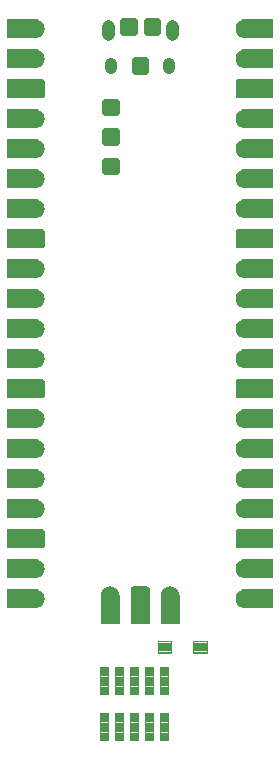
<source format=gtp>
G04 EAGLE Gerber RS-274X export*
G75*
%MOMM*%
%FSLAX34Y34*%
%LPD*%
%INTop Paste*%
%IPPOS*%
%AMOC8*
5,1,8,0,0,1.08239X$1,22.5*%
G01*
%ADD10C,0.098800*%
%ADD11C,0.600000*%
%ADD12C,1.100000*%
%ADD13C,1.050000*%
%ADD14C,0.100800*%

G36*
X239947Y677787D02*
X239947Y677787D01*
X239942Y677794D01*
X239949Y677800D01*
X239949Y693800D01*
X239913Y693847D01*
X239906Y693842D01*
X239900Y693849D01*
X209900Y693849D01*
X209896Y693846D01*
X209894Y693849D01*
X209376Y693781D01*
X209369Y693774D01*
X209364Y693777D01*
X208881Y693578D01*
X208876Y693569D01*
X208870Y693571D01*
X208456Y693253D01*
X208453Y693244D01*
X208447Y693244D01*
X208129Y692830D01*
X208129Y692821D01*
X208122Y692819D01*
X207923Y692336D01*
X207925Y692327D01*
X207919Y692324D01*
X207851Y691806D01*
X207854Y691802D01*
X207851Y691800D01*
X207851Y679800D01*
X207854Y679796D01*
X207851Y679794D01*
X207919Y679276D01*
X207926Y679269D01*
X207923Y679264D01*
X208122Y678781D01*
X208131Y678776D01*
X208129Y678770D01*
X208447Y678356D01*
X208456Y678353D01*
X208456Y678347D01*
X208870Y678029D01*
X208880Y678029D01*
X208881Y678022D01*
X209364Y677823D01*
X209373Y677825D01*
X209376Y677819D01*
X209894Y677751D01*
X209898Y677754D01*
X209900Y677751D01*
X239900Y677751D01*
X239947Y677787D01*
G37*
G36*
X239947Y296787D02*
X239947Y296787D01*
X239942Y296794D01*
X239949Y296800D01*
X239949Y312800D01*
X239913Y312847D01*
X239906Y312842D01*
X239900Y312849D01*
X209900Y312849D01*
X209896Y312846D01*
X209894Y312849D01*
X209376Y312781D01*
X209369Y312774D01*
X209364Y312777D01*
X208881Y312578D01*
X208876Y312569D01*
X208870Y312571D01*
X208456Y312253D01*
X208453Y312244D01*
X208447Y312244D01*
X208129Y311830D01*
X208129Y311821D01*
X208122Y311819D01*
X207923Y311336D01*
X207925Y311327D01*
X207919Y311324D01*
X207851Y310806D01*
X207854Y310802D01*
X207851Y310800D01*
X207851Y298800D01*
X207854Y298796D01*
X207851Y298794D01*
X207919Y298276D01*
X207926Y298269D01*
X207923Y298264D01*
X208122Y297781D01*
X208131Y297776D01*
X208129Y297770D01*
X208447Y297356D01*
X208456Y297353D01*
X208456Y297347D01*
X208870Y297029D01*
X208880Y297029D01*
X208881Y297022D01*
X209364Y296823D01*
X209373Y296825D01*
X209376Y296819D01*
X209894Y296751D01*
X209898Y296754D01*
X209900Y296751D01*
X239900Y296751D01*
X239947Y296787D01*
G37*
G36*
X239947Y550787D02*
X239947Y550787D01*
X239942Y550794D01*
X239949Y550800D01*
X239949Y566800D01*
X239913Y566847D01*
X239906Y566842D01*
X239900Y566849D01*
X209900Y566849D01*
X209896Y566846D01*
X209894Y566849D01*
X209376Y566781D01*
X209369Y566774D01*
X209364Y566777D01*
X208881Y566578D01*
X208876Y566569D01*
X208870Y566571D01*
X208456Y566253D01*
X208453Y566244D01*
X208447Y566244D01*
X208129Y565830D01*
X208129Y565821D01*
X208122Y565819D01*
X207923Y565336D01*
X207925Y565327D01*
X207919Y565324D01*
X207851Y564806D01*
X207854Y564802D01*
X207851Y564800D01*
X207851Y552800D01*
X207854Y552796D01*
X207851Y552794D01*
X207919Y552276D01*
X207926Y552269D01*
X207923Y552264D01*
X208122Y551781D01*
X208131Y551776D01*
X208129Y551770D01*
X208447Y551356D01*
X208456Y551353D01*
X208456Y551347D01*
X208870Y551029D01*
X208880Y551029D01*
X208881Y551022D01*
X209364Y550823D01*
X209373Y550825D01*
X209376Y550819D01*
X209894Y550751D01*
X209898Y550754D01*
X209900Y550751D01*
X239900Y550751D01*
X239947Y550787D01*
G37*
G36*
X239947Y423787D02*
X239947Y423787D01*
X239942Y423794D01*
X239949Y423800D01*
X239949Y439800D01*
X239913Y439847D01*
X239906Y439842D01*
X239900Y439849D01*
X209900Y439849D01*
X209896Y439846D01*
X209894Y439849D01*
X209376Y439781D01*
X209369Y439774D01*
X209364Y439777D01*
X208881Y439578D01*
X208876Y439569D01*
X208870Y439571D01*
X208456Y439253D01*
X208453Y439244D01*
X208447Y439244D01*
X208129Y438830D01*
X208129Y438821D01*
X208122Y438819D01*
X207923Y438336D01*
X207925Y438327D01*
X207919Y438324D01*
X207851Y437806D01*
X207854Y437802D01*
X207851Y437800D01*
X207851Y425800D01*
X207854Y425796D01*
X207851Y425794D01*
X207919Y425276D01*
X207926Y425269D01*
X207923Y425264D01*
X208122Y424781D01*
X208131Y424776D01*
X208129Y424770D01*
X208447Y424356D01*
X208456Y424353D01*
X208456Y424347D01*
X208870Y424029D01*
X208880Y424029D01*
X208881Y424022D01*
X209364Y423823D01*
X209373Y423825D01*
X209376Y423819D01*
X209894Y423751D01*
X209898Y423754D01*
X209900Y423751D01*
X239900Y423751D01*
X239947Y423787D01*
G37*
G36*
X135047Y232287D02*
X135047Y232287D01*
X135042Y232294D01*
X135049Y232300D01*
X135049Y262300D01*
X135046Y262304D01*
X135049Y262306D01*
X134981Y262824D01*
X134974Y262831D01*
X134977Y262836D01*
X134778Y263319D01*
X134769Y263324D01*
X134771Y263330D01*
X134453Y263744D01*
X134444Y263747D01*
X134444Y263753D01*
X134030Y264071D01*
X134021Y264071D01*
X134019Y264078D01*
X133536Y264277D01*
X133527Y264275D01*
X133524Y264281D01*
X133006Y264349D01*
X133002Y264346D01*
X133000Y264349D01*
X121000Y264349D01*
X120996Y264346D01*
X120994Y264349D01*
X120476Y264281D01*
X120469Y264274D01*
X120464Y264277D01*
X119981Y264078D01*
X119976Y264069D01*
X119970Y264071D01*
X119556Y263753D01*
X119553Y263744D01*
X119547Y263744D01*
X119229Y263330D01*
X119229Y263321D01*
X119222Y263319D01*
X119023Y262836D01*
X119025Y262827D01*
X119019Y262824D01*
X118951Y262306D01*
X118954Y262302D01*
X118951Y262300D01*
X118951Y232300D01*
X118987Y232253D01*
X118994Y232258D01*
X119000Y232251D01*
X135000Y232251D01*
X135047Y232287D01*
G37*
G36*
X44104Y423754D02*
X44104Y423754D01*
X44106Y423751D01*
X44624Y423819D01*
X44631Y423826D01*
X44636Y423823D01*
X45119Y424022D01*
X45124Y424031D01*
X45130Y424029D01*
X45544Y424347D01*
X45547Y424356D01*
X45553Y424356D01*
X45871Y424770D01*
X45871Y424780D01*
X45878Y424781D01*
X46077Y425264D01*
X46075Y425273D01*
X46081Y425276D01*
X46149Y425794D01*
X46146Y425798D01*
X46149Y425800D01*
X46149Y437800D01*
X46146Y437804D01*
X46149Y437806D01*
X46081Y438324D01*
X46074Y438331D01*
X46077Y438336D01*
X45878Y438819D01*
X45869Y438824D01*
X45871Y438830D01*
X45553Y439244D01*
X45544Y439247D01*
X45544Y439253D01*
X45130Y439571D01*
X45121Y439571D01*
X45119Y439578D01*
X44636Y439777D01*
X44627Y439775D01*
X44624Y439781D01*
X44106Y439849D01*
X44102Y439846D01*
X44100Y439849D01*
X14100Y439849D01*
X14053Y439813D01*
X14058Y439806D01*
X14051Y439800D01*
X14051Y423800D01*
X14087Y423753D01*
X14094Y423758D01*
X14100Y423751D01*
X44100Y423751D01*
X44104Y423754D01*
G37*
G36*
X44104Y296754D02*
X44104Y296754D01*
X44106Y296751D01*
X44624Y296819D01*
X44631Y296826D01*
X44636Y296823D01*
X45119Y297022D01*
X45124Y297031D01*
X45130Y297029D01*
X45544Y297347D01*
X45547Y297356D01*
X45553Y297356D01*
X45871Y297770D01*
X45871Y297780D01*
X45878Y297781D01*
X46077Y298264D01*
X46075Y298273D01*
X46081Y298276D01*
X46149Y298794D01*
X46146Y298798D01*
X46149Y298800D01*
X46149Y310800D01*
X46146Y310804D01*
X46149Y310806D01*
X46081Y311324D01*
X46074Y311331D01*
X46077Y311336D01*
X45878Y311819D01*
X45869Y311824D01*
X45871Y311830D01*
X45553Y312244D01*
X45544Y312247D01*
X45544Y312253D01*
X45130Y312571D01*
X45121Y312571D01*
X45119Y312578D01*
X44636Y312777D01*
X44627Y312775D01*
X44624Y312781D01*
X44106Y312849D01*
X44102Y312846D01*
X44100Y312849D01*
X14100Y312849D01*
X14053Y312813D01*
X14058Y312806D01*
X14051Y312800D01*
X14051Y296800D01*
X14087Y296753D01*
X14094Y296758D01*
X14100Y296751D01*
X44100Y296751D01*
X44104Y296754D01*
G37*
G36*
X44104Y677754D02*
X44104Y677754D01*
X44106Y677751D01*
X44624Y677819D01*
X44631Y677826D01*
X44636Y677823D01*
X45119Y678022D01*
X45124Y678031D01*
X45130Y678029D01*
X45544Y678347D01*
X45547Y678356D01*
X45553Y678356D01*
X45871Y678770D01*
X45871Y678780D01*
X45878Y678781D01*
X46077Y679264D01*
X46075Y679273D01*
X46081Y679276D01*
X46149Y679794D01*
X46146Y679798D01*
X46149Y679800D01*
X46149Y691800D01*
X46146Y691804D01*
X46149Y691806D01*
X46081Y692324D01*
X46074Y692331D01*
X46077Y692336D01*
X45878Y692819D01*
X45869Y692824D01*
X45871Y692830D01*
X45553Y693244D01*
X45544Y693247D01*
X45544Y693253D01*
X45130Y693571D01*
X45121Y693571D01*
X45119Y693578D01*
X44636Y693777D01*
X44627Y693775D01*
X44624Y693781D01*
X44106Y693849D01*
X44102Y693846D01*
X44100Y693849D01*
X14100Y693849D01*
X14053Y693813D01*
X14058Y693806D01*
X14051Y693800D01*
X14051Y677800D01*
X14087Y677753D01*
X14094Y677758D01*
X14100Y677751D01*
X44100Y677751D01*
X44104Y677754D01*
G37*
G36*
X44104Y550754D02*
X44104Y550754D01*
X44106Y550751D01*
X44624Y550819D01*
X44631Y550826D01*
X44636Y550823D01*
X45119Y551022D01*
X45124Y551031D01*
X45130Y551029D01*
X45544Y551347D01*
X45547Y551356D01*
X45553Y551356D01*
X45871Y551770D01*
X45871Y551780D01*
X45878Y551781D01*
X46077Y552264D01*
X46075Y552273D01*
X46081Y552276D01*
X46149Y552794D01*
X46146Y552798D01*
X46149Y552800D01*
X46149Y564800D01*
X46146Y564804D01*
X46149Y564806D01*
X46081Y565324D01*
X46074Y565331D01*
X46077Y565336D01*
X45878Y565819D01*
X45869Y565824D01*
X45871Y565830D01*
X45553Y566244D01*
X45544Y566247D01*
X45544Y566253D01*
X45130Y566571D01*
X45121Y566571D01*
X45119Y566578D01*
X44636Y566777D01*
X44627Y566775D01*
X44624Y566781D01*
X44106Y566849D01*
X44102Y566846D01*
X44100Y566849D01*
X14100Y566849D01*
X14053Y566813D01*
X14058Y566806D01*
X14051Y566800D01*
X14051Y550800D01*
X14087Y550753D01*
X14094Y550758D01*
X14100Y550751D01*
X44100Y550751D01*
X44104Y550754D01*
G37*
G36*
X160447Y232287D02*
X160447Y232287D01*
X160442Y232294D01*
X160449Y232300D01*
X160449Y256300D01*
X160447Y256303D01*
X160449Y256305D01*
X160295Y257866D01*
X160290Y257871D01*
X160293Y257875D01*
X159838Y259376D01*
X159832Y259380D01*
X159834Y259385D01*
X159095Y260768D01*
X159089Y260771D01*
X159090Y260776D01*
X158095Y261988D01*
X158088Y261990D01*
X158088Y261995D01*
X156876Y262990D01*
X156869Y262990D01*
X156868Y262995D01*
X155485Y263734D01*
X155478Y263733D01*
X155476Y263738D01*
X153975Y264193D01*
X153968Y264191D01*
X153966Y264195D01*
X152405Y264349D01*
X152399Y264345D01*
X152395Y264349D01*
X150834Y264195D01*
X150829Y264190D01*
X150825Y264193D01*
X149324Y263738D01*
X149320Y263732D01*
X149315Y263734D01*
X147932Y262995D01*
X147929Y262989D01*
X147924Y262990D01*
X146712Y261995D01*
X146710Y261988D01*
X146705Y261988D01*
X145710Y260776D01*
X145710Y260769D01*
X145705Y260768D01*
X144966Y259385D01*
X144967Y259378D01*
X144962Y259376D01*
X144835Y258958D01*
X144820Y258908D01*
X144641Y258317D01*
X144626Y258268D01*
X144507Y257875D01*
X144507Y257874D01*
X144506Y257874D01*
X144508Y257872D01*
X144509Y257868D01*
X144505Y257866D01*
X144351Y256305D01*
X144353Y256302D01*
X144351Y256300D01*
X144351Y232300D01*
X144387Y232253D01*
X144394Y232258D01*
X144400Y232251D01*
X160400Y232251D01*
X160447Y232287D01*
G37*
G36*
X109647Y232287D02*
X109647Y232287D01*
X109642Y232294D01*
X109649Y232300D01*
X109649Y256300D01*
X109647Y256303D01*
X109649Y256305D01*
X109495Y257866D01*
X109490Y257871D01*
X109493Y257875D01*
X109038Y259376D01*
X109032Y259380D01*
X109034Y259385D01*
X108295Y260768D01*
X108289Y260771D01*
X108290Y260776D01*
X107295Y261988D01*
X107288Y261990D01*
X107288Y261995D01*
X106076Y262990D01*
X106069Y262990D01*
X106068Y262995D01*
X104685Y263734D01*
X104678Y263733D01*
X104676Y263738D01*
X103175Y264193D01*
X103168Y264191D01*
X103166Y264195D01*
X101605Y264349D01*
X101599Y264345D01*
X101595Y264349D01*
X100034Y264195D01*
X100029Y264190D01*
X100025Y264193D01*
X98524Y263738D01*
X98520Y263732D01*
X98515Y263734D01*
X97132Y262995D01*
X97129Y262989D01*
X97124Y262990D01*
X95912Y261995D01*
X95910Y261988D01*
X95905Y261988D01*
X94910Y260776D01*
X94910Y260769D01*
X94905Y260768D01*
X94166Y259385D01*
X94167Y259378D01*
X94162Y259376D01*
X94035Y258958D01*
X94020Y258908D01*
X93841Y258317D01*
X93826Y258268D01*
X93707Y257875D01*
X93707Y257874D01*
X93706Y257874D01*
X93708Y257872D01*
X93709Y257868D01*
X93705Y257866D01*
X93551Y256305D01*
X93553Y256302D01*
X93551Y256300D01*
X93551Y232300D01*
X93587Y232253D01*
X93594Y232258D01*
X93600Y232251D01*
X109600Y232251D01*
X109647Y232287D01*
G37*
G36*
X239947Y271387D02*
X239947Y271387D01*
X239942Y271394D01*
X239949Y271400D01*
X239949Y287400D01*
X239913Y287447D01*
X239906Y287442D01*
X239900Y287449D01*
X215900Y287449D01*
X215897Y287447D01*
X215895Y287449D01*
X214334Y287295D01*
X214329Y287290D01*
X214325Y287293D01*
X212824Y286838D01*
X212820Y286832D01*
X212815Y286834D01*
X211432Y286095D01*
X211429Y286089D01*
X211424Y286090D01*
X210212Y285095D01*
X210210Y285088D01*
X210205Y285088D01*
X209210Y283876D01*
X209210Y283869D01*
X209205Y283868D01*
X208466Y282485D01*
X208467Y282478D01*
X208462Y282476D01*
X208007Y280975D01*
X208008Y280970D01*
X208006Y280968D01*
X208007Y280967D01*
X208005Y280966D01*
X207851Y279405D01*
X207855Y279399D01*
X207851Y279395D01*
X208005Y277834D01*
X208010Y277829D01*
X208007Y277825D01*
X208462Y276324D01*
X208468Y276320D01*
X208466Y276315D01*
X209205Y274932D01*
X209211Y274929D01*
X209210Y274924D01*
X210205Y273712D01*
X210212Y273710D01*
X210212Y273705D01*
X211424Y272710D01*
X211431Y272710D01*
X211432Y272705D01*
X212815Y271966D01*
X212822Y271967D01*
X212824Y271962D01*
X214325Y271507D01*
X214332Y271509D01*
X214334Y271505D01*
X215895Y271351D01*
X215898Y271353D01*
X215900Y271351D01*
X239900Y271351D01*
X239947Y271387D01*
G37*
G36*
X239947Y703187D02*
X239947Y703187D01*
X239942Y703194D01*
X239949Y703200D01*
X239949Y719200D01*
X239913Y719247D01*
X239906Y719242D01*
X239900Y719249D01*
X215900Y719249D01*
X215897Y719247D01*
X215895Y719249D01*
X214334Y719095D01*
X214329Y719090D01*
X214325Y719093D01*
X212824Y718638D01*
X212820Y718632D01*
X212815Y718634D01*
X211432Y717895D01*
X211429Y717889D01*
X211424Y717890D01*
X210212Y716895D01*
X210210Y716888D01*
X210205Y716888D01*
X209210Y715676D01*
X209210Y715669D01*
X209205Y715668D01*
X208466Y714285D01*
X208467Y714278D01*
X208462Y714276D01*
X208007Y712775D01*
X208008Y712770D01*
X208006Y712768D01*
X208007Y712767D01*
X208005Y712766D01*
X207851Y711205D01*
X207855Y711199D01*
X207851Y711195D01*
X208005Y709634D01*
X208010Y709629D01*
X208007Y709625D01*
X208462Y708124D01*
X208468Y708120D01*
X208466Y708115D01*
X209205Y706732D01*
X209211Y706729D01*
X209210Y706724D01*
X210205Y705512D01*
X210212Y705510D01*
X210212Y705505D01*
X211424Y704510D01*
X211431Y704510D01*
X211432Y704505D01*
X212815Y703766D01*
X212822Y703767D01*
X212824Y703762D01*
X214325Y703307D01*
X214332Y703309D01*
X214334Y703305D01*
X215895Y703151D01*
X215898Y703153D01*
X215900Y703151D01*
X239900Y703151D01*
X239947Y703187D01*
G37*
G36*
X239947Y245987D02*
X239947Y245987D01*
X239942Y245994D01*
X239949Y246000D01*
X239949Y262000D01*
X239913Y262047D01*
X239906Y262042D01*
X239900Y262049D01*
X215900Y262049D01*
X215897Y262047D01*
X215895Y262049D01*
X214334Y261895D01*
X214329Y261890D01*
X214325Y261893D01*
X212824Y261438D01*
X212820Y261432D01*
X212815Y261434D01*
X211432Y260695D01*
X211429Y260689D01*
X211424Y260690D01*
X210212Y259695D01*
X210210Y259688D01*
X210205Y259688D01*
X209210Y258476D01*
X209210Y258469D01*
X209205Y258468D01*
X208466Y257085D01*
X208467Y257078D01*
X208462Y257076D01*
X208007Y255575D01*
X208008Y255570D01*
X208006Y255568D01*
X208007Y255567D01*
X208005Y255566D01*
X207851Y254005D01*
X207855Y253999D01*
X207851Y253995D01*
X208005Y252434D01*
X208010Y252429D01*
X208007Y252425D01*
X208462Y250924D01*
X208468Y250920D01*
X208466Y250915D01*
X209205Y249532D01*
X209211Y249529D01*
X209210Y249524D01*
X210205Y248312D01*
X210212Y248310D01*
X210212Y248305D01*
X211424Y247310D01*
X211431Y247310D01*
X211432Y247305D01*
X212815Y246566D01*
X212822Y246567D01*
X212824Y246562D01*
X214325Y246107D01*
X214332Y246109D01*
X214334Y246105D01*
X215895Y245951D01*
X215898Y245953D01*
X215900Y245951D01*
X239900Y245951D01*
X239947Y245987D01*
G37*
G36*
X239947Y728587D02*
X239947Y728587D01*
X239942Y728594D01*
X239949Y728600D01*
X239949Y744600D01*
X239913Y744647D01*
X239906Y744642D01*
X239900Y744649D01*
X215900Y744649D01*
X215897Y744647D01*
X215895Y744649D01*
X214334Y744495D01*
X214329Y744490D01*
X214325Y744493D01*
X212824Y744038D01*
X212820Y744032D01*
X212815Y744034D01*
X211432Y743295D01*
X211429Y743289D01*
X211424Y743290D01*
X210212Y742295D01*
X210210Y742288D01*
X210205Y742288D01*
X209210Y741076D01*
X209210Y741069D01*
X209205Y741068D01*
X208466Y739685D01*
X208467Y739678D01*
X208462Y739676D01*
X208007Y738175D01*
X208008Y738170D01*
X208006Y738168D01*
X208007Y738167D01*
X208005Y738166D01*
X207851Y736605D01*
X207855Y736599D01*
X207851Y736595D01*
X208005Y735034D01*
X208010Y735029D01*
X208007Y735025D01*
X208462Y733524D01*
X208468Y733520D01*
X208466Y733515D01*
X209205Y732132D01*
X209211Y732129D01*
X209210Y732124D01*
X210205Y730912D01*
X210212Y730910D01*
X210212Y730905D01*
X211424Y729910D01*
X211431Y729910D01*
X211432Y729905D01*
X212815Y729166D01*
X212822Y729167D01*
X212824Y729162D01*
X214325Y728707D01*
X214332Y728709D01*
X214334Y728705D01*
X215895Y728551D01*
X215898Y728553D01*
X215900Y728551D01*
X239900Y728551D01*
X239947Y728587D01*
G37*
G36*
X239947Y652387D02*
X239947Y652387D01*
X239942Y652394D01*
X239949Y652400D01*
X239949Y668400D01*
X239913Y668447D01*
X239906Y668442D01*
X239900Y668449D01*
X215900Y668449D01*
X215897Y668447D01*
X215895Y668449D01*
X214334Y668295D01*
X214329Y668290D01*
X214325Y668293D01*
X212824Y667838D01*
X212820Y667832D01*
X212815Y667834D01*
X211432Y667095D01*
X211429Y667089D01*
X211424Y667090D01*
X210212Y666095D01*
X210210Y666088D01*
X210205Y666088D01*
X209210Y664876D01*
X209210Y664869D01*
X209205Y664868D01*
X208466Y663485D01*
X208467Y663478D01*
X208462Y663476D01*
X208007Y661975D01*
X208008Y661970D01*
X208006Y661968D01*
X208007Y661967D01*
X208005Y661966D01*
X207851Y660405D01*
X207855Y660399D01*
X207851Y660395D01*
X208005Y658834D01*
X208010Y658829D01*
X208007Y658825D01*
X208462Y657324D01*
X208468Y657320D01*
X208466Y657315D01*
X209205Y655932D01*
X209211Y655929D01*
X209210Y655924D01*
X210205Y654712D01*
X210212Y654710D01*
X210212Y654705D01*
X211424Y653710D01*
X211431Y653710D01*
X211432Y653705D01*
X212815Y652966D01*
X212822Y652967D01*
X212824Y652962D01*
X214325Y652507D01*
X214332Y652509D01*
X214334Y652505D01*
X215895Y652351D01*
X215898Y652353D01*
X215900Y652351D01*
X239900Y652351D01*
X239947Y652387D01*
G37*
G36*
X239947Y626987D02*
X239947Y626987D01*
X239942Y626994D01*
X239949Y627000D01*
X239949Y643000D01*
X239913Y643047D01*
X239906Y643042D01*
X239900Y643049D01*
X215900Y643049D01*
X215897Y643047D01*
X215895Y643049D01*
X214334Y642895D01*
X214329Y642890D01*
X214325Y642893D01*
X212824Y642438D01*
X212820Y642432D01*
X212815Y642434D01*
X211432Y641695D01*
X211429Y641689D01*
X211424Y641690D01*
X210212Y640695D01*
X210210Y640688D01*
X210205Y640688D01*
X209210Y639476D01*
X209210Y639469D01*
X209205Y639468D01*
X208466Y638085D01*
X208467Y638078D01*
X208462Y638076D01*
X208007Y636575D01*
X208008Y636570D01*
X208006Y636568D01*
X208007Y636567D01*
X208005Y636566D01*
X207851Y635005D01*
X207855Y634999D01*
X207851Y634995D01*
X208005Y633434D01*
X208010Y633429D01*
X208007Y633425D01*
X208462Y631924D01*
X208468Y631920D01*
X208466Y631915D01*
X209205Y630532D01*
X209211Y630529D01*
X209210Y630524D01*
X210205Y629312D01*
X210212Y629310D01*
X210212Y629305D01*
X211424Y628310D01*
X211431Y628310D01*
X211432Y628305D01*
X212815Y627566D01*
X212822Y627567D01*
X212824Y627562D01*
X214325Y627107D01*
X214332Y627109D01*
X214334Y627105D01*
X215895Y626951D01*
X215898Y626953D01*
X215900Y626951D01*
X239900Y626951D01*
X239947Y626987D01*
G37*
G36*
X239947Y601587D02*
X239947Y601587D01*
X239942Y601594D01*
X239949Y601600D01*
X239949Y617600D01*
X239913Y617647D01*
X239906Y617642D01*
X239900Y617649D01*
X215900Y617649D01*
X215897Y617647D01*
X215895Y617649D01*
X214334Y617495D01*
X214329Y617490D01*
X214325Y617493D01*
X212824Y617038D01*
X212820Y617032D01*
X212815Y617034D01*
X211432Y616295D01*
X211429Y616289D01*
X211424Y616290D01*
X210212Y615295D01*
X210210Y615288D01*
X210205Y615288D01*
X209210Y614076D01*
X209210Y614069D01*
X209205Y614068D01*
X208466Y612685D01*
X208467Y612678D01*
X208462Y612676D01*
X208007Y611175D01*
X208008Y611170D01*
X208006Y611168D01*
X208007Y611167D01*
X208005Y611166D01*
X207851Y609605D01*
X207855Y609599D01*
X207851Y609595D01*
X208005Y608034D01*
X208010Y608029D01*
X208007Y608025D01*
X208462Y606524D01*
X208468Y606520D01*
X208466Y606515D01*
X209205Y605132D01*
X209211Y605129D01*
X209210Y605124D01*
X210205Y603912D01*
X210212Y603910D01*
X210212Y603905D01*
X211424Y602910D01*
X211431Y602910D01*
X211432Y602905D01*
X212815Y602166D01*
X212822Y602167D01*
X212824Y602162D01*
X214325Y601707D01*
X214332Y601709D01*
X214334Y601705D01*
X215895Y601551D01*
X215898Y601553D01*
X215900Y601551D01*
X239900Y601551D01*
X239947Y601587D01*
G37*
G36*
X239947Y576187D02*
X239947Y576187D01*
X239942Y576194D01*
X239949Y576200D01*
X239949Y592200D01*
X239913Y592247D01*
X239906Y592242D01*
X239900Y592249D01*
X215900Y592249D01*
X215897Y592247D01*
X215895Y592249D01*
X214334Y592095D01*
X214329Y592090D01*
X214325Y592093D01*
X212824Y591638D01*
X212820Y591632D01*
X212815Y591634D01*
X211432Y590895D01*
X211429Y590889D01*
X211424Y590890D01*
X210212Y589895D01*
X210210Y589888D01*
X210205Y589888D01*
X209210Y588676D01*
X209210Y588669D01*
X209205Y588668D01*
X208466Y587285D01*
X208467Y587278D01*
X208462Y587276D01*
X208007Y585775D01*
X208008Y585770D01*
X208006Y585768D01*
X208007Y585767D01*
X208005Y585766D01*
X207851Y584205D01*
X207855Y584199D01*
X207851Y584195D01*
X208005Y582634D01*
X208010Y582629D01*
X208007Y582625D01*
X208462Y581124D01*
X208468Y581120D01*
X208466Y581115D01*
X209205Y579732D01*
X209211Y579729D01*
X209210Y579724D01*
X210205Y578512D01*
X210212Y578510D01*
X210212Y578505D01*
X211424Y577510D01*
X211431Y577510D01*
X211432Y577505D01*
X212815Y576766D01*
X212822Y576767D01*
X212824Y576762D01*
X214325Y576307D01*
X214332Y576309D01*
X214334Y576305D01*
X215895Y576151D01*
X215898Y576153D01*
X215900Y576151D01*
X239900Y576151D01*
X239947Y576187D01*
G37*
G36*
X239947Y525387D02*
X239947Y525387D01*
X239942Y525394D01*
X239949Y525400D01*
X239949Y541400D01*
X239913Y541447D01*
X239906Y541442D01*
X239900Y541449D01*
X215900Y541449D01*
X215897Y541447D01*
X215895Y541449D01*
X214334Y541295D01*
X214329Y541290D01*
X214325Y541293D01*
X212824Y540838D01*
X212820Y540832D01*
X212815Y540834D01*
X211432Y540095D01*
X211429Y540089D01*
X211424Y540090D01*
X210212Y539095D01*
X210210Y539088D01*
X210205Y539088D01*
X209210Y537876D01*
X209210Y537869D01*
X209205Y537868D01*
X208466Y536485D01*
X208467Y536478D01*
X208462Y536476D01*
X208007Y534975D01*
X208008Y534970D01*
X208006Y534968D01*
X208007Y534967D01*
X208005Y534966D01*
X207851Y533405D01*
X207855Y533399D01*
X207851Y533395D01*
X208005Y531834D01*
X208010Y531829D01*
X208007Y531825D01*
X208462Y530324D01*
X208468Y530320D01*
X208466Y530315D01*
X209205Y528932D01*
X209211Y528929D01*
X209210Y528924D01*
X210205Y527712D01*
X210212Y527710D01*
X210212Y527705D01*
X211424Y526710D01*
X211431Y526710D01*
X211432Y526705D01*
X212815Y525966D01*
X212822Y525967D01*
X212824Y525962D01*
X214325Y525507D01*
X214332Y525509D01*
X214334Y525505D01*
X215895Y525351D01*
X215898Y525353D01*
X215900Y525351D01*
X239900Y525351D01*
X239947Y525387D01*
G37*
G36*
X239947Y499987D02*
X239947Y499987D01*
X239942Y499994D01*
X239949Y500000D01*
X239949Y516000D01*
X239913Y516047D01*
X239906Y516042D01*
X239900Y516049D01*
X215900Y516049D01*
X215897Y516047D01*
X215895Y516049D01*
X214334Y515895D01*
X214329Y515890D01*
X214325Y515893D01*
X212824Y515438D01*
X212820Y515432D01*
X212815Y515434D01*
X211432Y514695D01*
X211429Y514689D01*
X211424Y514690D01*
X210212Y513695D01*
X210210Y513688D01*
X210205Y513688D01*
X209210Y512476D01*
X209210Y512469D01*
X209205Y512468D01*
X208466Y511085D01*
X208467Y511078D01*
X208462Y511076D01*
X208007Y509575D01*
X208008Y509570D01*
X208006Y509568D01*
X208007Y509567D01*
X208005Y509566D01*
X207851Y508005D01*
X207855Y507999D01*
X207851Y507995D01*
X208005Y506434D01*
X208010Y506429D01*
X208007Y506425D01*
X208462Y504924D01*
X208468Y504920D01*
X208466Y504915D01*
X209205Y503532D01*
X209211Y503529D01*
X209210Y503524D01*
X210205Y502312D01*
X210212Y502310D01*
X210212Y502305D01*
X211424Y501310D01*
X211431Y501310D01*
X211432Y501305D01*
X212815Y500566D01*
X212822Y500567D01*
X212824Y500562D01*
X214325Y500107D01*
X214332Y500109D01*
X214334Y500105D01*
X215895Y499951D01*
X215898Y499953D01*
X215900Y499951D01*
X239900Y499951D01*
X239947Y499987D01*
G37*
G36*
X239947Y474587D02*
X239947Y474587D01*
X239942Y474594D01*
X239949Y474600D01*
X239949Y490600D01*
X239913Y490647D01*
X239906Y490642D01*
X239900Y490649D01*
X215900Y490649D01*
X215897Y490647D01*
X215895Y490649D01*
X214334Y490495D01*
X214329Y490490D01*
X214325Y490493D01*
X212824Y490038D01*
X212820Y490032D01*
X212815Y490034D01*
X211432Y489295D01*
X211429Y489289D01*
X211424Y489290D01*
X210212Y488295D01*
X210210Y488288D01*
X210205Y488288D01*
X209210Y487076D01*
X209210Y487069D01*
X209205Y487068D01*
X208466Y485685D01*
X208467Y485678D01*
X208462Y485676D01*
X208007Y484175D01*
X208008Y484170D01*
X208006Y484168D01*
X208007Y484167D01*
X208005Y484166D01*
X207851Y482605D01*
X207855Y482599D01*
X207851Y482595D01*
X208005Y481034D01*
X208010Y481029D01*
X208007Y481025D01*
X208462Y479524D01*
X208468Y479520D01*
X208466Y479515D01*
X209205Y478132D01*
X209211Y478129D01*
X209210Y478124D01*
X210205Y476912D01*
X210212Y476910D01*
X210212Y476905D01*
X211424Y475910D01*
X211431Y475910D01*
X211432Y475905D01*
X212815Y475166D01*
X212822Y475167D01*
X212824Y475162D01*
X214325Y474707D01*
X214332Y474709D01*
X214334Y474705D01*
X215895Y474551D01*
X215898Y474553D01*
X215900Y474551D01*
X239900Y474551D01*
X239947Y474587D01*
G37*
G36*
X239947Y398387D02*
X239947Y398387D01*
X239942Y398394D01*
X239949Y398400D01*
X239949Y414400D01*
X239913Y414447D01*
X239906Y414442D01*
X239900Y414449D01*
X215900Y414449D01*
X215897Y414447D01*
X215895Y414449D01*
X214334Y414295D01*
X214329Y414290D01*
X214325Y414293D01*
X212824Y413838D01*
X212820Y413832D01*
X212815Y413834D01*
X211432Y413095D01*
X211429Y413089D01*
X211424Y413090D01*
X210212Y412095D01*
X210210Y412088D01*
X210205Y412088D01*
X209210Y410876D01*
X209210Y410869D01*
X209205Y410868D01*
X208466Y409485D01*
X208467Y409478D01*
X208462Y409476D01*
X208007Y407975D01*
X208008Y407970D01*
X208006Y407968D01*
X208007Y407967D01*
X208005Y407966D01*
X207851Y406405D01*
X207855Y406399D01*
X207851Y406395D01*
X208005Y404834D01*
X208010Y404829D01*
X208007Y404825D01*
X208462Y403324D01*
X208468Y403320D01*
X208466Y403315D01*
X209205Y401932D01*
X209211Y401929D01*
X209210Y401924D01*
X210205Y400712D01*
X210212Y400710D01*
X210212Y400705D01*
X211424Y399710D01*
X211431Y399710D01*
X211432Y399705D01*
X212815Y398966D01*
X212822Y398967D01*
X212824Y398962D01*
X214325Y398507D01*
X214332Y398509D01*
X214334Y398505D01*
X215895Y398351D01*
X215898Y398353D01*
X215900Y398351D01*
X239900Y398351D01*
X239947Y398387D01*
G37*
G36*
X239947Y372987D02*
X239947Y372987D01*
X239942Y372994D01*
X239949Y373000D01*
X239949Y389000D01*
X239913Y389047D01*
X239906Y389042D01*
X239900Y389049D01*
X215900Y389049D01*
X215897Y389047D01*
X215895Y389049D01*
X214334Y388895D01*
X214329Y388890D01*
X214325Y388893D01*
X212824Y388438D01*
X212820Y388432D01*
X212815Y388434D01*
X211432Y387695D01*
X211429Y387689D01*
X211424Y387690D01*
X210212Y386695D01*
X210210Y386688D01*
X210205Y386688D01*
X209210Y385476D01*
X209210Y385469D01*
X209205Y385468D01*
X208466Y384085D01*
X208467Y384078D01*
X208462Y384076D01*
X208007Y382575D01*
X208008Y382570D01*
X208006Y382568D01*
X208007Y382567D01*
X208005Y382566D01*
X207851Y381005D01*
X207855Y380999D01*
X207851Y380995D01*
X208005Y379434D01*
X208010Y379429D01*
X208007Y379425D01*
X208462Y377924D01*
X208468Y377920D01*
X208466Y377915D01*
X209205Y376532D01*
X209211Y376529D01*
X209210Y376524D01*
X210205Y375312D01*
X210212Y375310D01*
X210212Y375305D01*
X211424Y374310D01*
X211431Y374310D01*
X211432Y374305D01*
X212815Y373566D01*
X212822Y373567D01*
X212824Y373562D01*
X214325Y373107D01*
X214332Y373109D01*
X214334Y373105D01*
X215895Y372951D01*
X215898Y372953D01*
X215900Y372951D01*
X239900Y372951D01*
X239947Y372987D01*
G37*
G36*
X239947Y347587D02*
X239947Y347587D01*
X239942Y347594D01*
X239949Y347600D01*
X239949Y363600D01*
X239913Y363647D01*
X239906Y363642D01*
X239900Y363649D01*
X215900Y363649D01*
X215897Y363647D01*
X215895Y363649D01*
X214334Y363495D01*
X214329Y363490D01*
X214325Y363493D01*
X212824Y363038D01*
X212820Y363032D01*
X212815Y363034D01*
X211432Y362295D01*
X211429Y362289D01*
X211424Y362290D01*
X210212Y361295D01*
X210210Y361288D01*
X210205Y361288D01*
X209210Y360076D01*
X209210Y360069D01*
X209205Y360068D01*
X208466Y358685D01*
X208467Y358678D01*
X208462Y358676D01*
X208007Y357175D01*
X208008Y357170D01*
X208006Y357168D01*
X208007Y357167D01*
X208005Y357166D01*
X207851Y355605D01*
X207855Y355599D01*
X207851Y355595D01*
X208005Y354034D01*
X208010Y354029D01*
X208007Y354025D01*
X208462Y352524D01*
X208468Y352520D01*
X208466Y352515D01*
X209205Y351132D01*
X209211Y351129D01*
X209210Y351124D01*
X210205Y349912D01*
X210212Y349910D01*
X210212Y349905D01*
X211424Y348910D01*
X211431Y348910D01*
X211432Y348905D01*
X212815Y348166D01*
X212822Y348167D01*
X212824Y348162D01*
X214325Y347707D01*
X214332Y347709D01*
X214334Y347705D01*
X215895Y347551D01*
X215898Y347553D01*
X215900Y347551D01*
X239900Y347551D01*
X239947Y347587D01*
G37*
G36*
X239947Y322187D02*
X239947Y322187D01*
X239942Y322194D01*
X239949Y322200D01*
X239949Y338200D01*
X239913Y338247D01*
X239906Y338242D01*
X239900Y338249D01*
X215900Y338249D01*
X215897Y338247D01*
X215895Y338249D01*
X214334Y338095D01*
X214329Y338090D01*
X214325Y338093D01*
X212824Y337638D01*
X212820Y337632D01*
X212815Y337634D01*
X211432Y336895D01*
X211429Y336889D01*
X211424Y336890D01*
X210212Y335895D01*
X210210Y335888D01*
X210205Y335888D01*
X209210Y334676D01*
X209210Y334669D01*
X209205Y334668D01*
X208466Y333285D01*
X208467Y333278D01*
X208462Y333276D01*
X208007Y331775D01*
X208008Y331770D01*
X208006Y331768D01*
X208007Y331767D01*
X208005Y331766D01*
X207851Y330205D01*
X207855Y330199D01*
X207851Y330195D01*
X208005Y328634D01*
X208010Y328629D01*
X208007Y328625D01*
X208462Y327124D01*
X208468Y327120D01*
X208466Y327115D01*
X209205Y325732D01*
X209211Y325729D01*
X209210Y325724D01*
X210205Y324512D01*
X210212Y324510D01*
X210212Y324505D01*
X211424Y323510D01*
X211431Y323510D01*
X211432Y323505D01*
X212815Y322766D01*
X212822Y322767D01*
X212824Y322762D01*
X214325Y322307D01*
X214332Y322309D01*
X214334Y322305D01*
X215895Y322151D01*
X215898Y322153D01*
X215900Y322151D01*
X239900Y322151D01*
X239947Y322187D01*
G37*
G36*
X239947Y449187D02*
X239947Y449187D01*
X239942Y449194D01*
X239949Y449200D01*
X239949Y465200D01*
X239913Y465247D01*
X239906Y465242D01*
X239900Y465249D01*
X215900Y465249D01*
X215897Y465247D01*
X215895Y465249D01*
X214334Y465095D01*
X214329Y465090D01*
X214325Y465093D01*
X212824Y464638D01*
X212820Y464632D01*
X212815Y464634D01*
X211432Y463895D01*
X211429Y463889D01*
X211424Y463890D01*
X210212Y462895D01*
X210210Y462888D01*
X210205Y462888D01*
X209210Y461676D01*
X209210Y461669D01*
X209205Y461668D01*
X208466Y460285D01*
X208467Y460278D01*
X208462Y460276D01*
X208007Y458775D01*
X208009Y458770D01*
X208006Y458768D01*
X208007Y458767D01*
X208005Y458766D01*
X207851Y457205D01*
X207855Y457199D01*
X207851Y457195D01*
X208005Y455634D01*
X208010Y455629D01*
X208007Y455625D01*
X208462Y454124D01*
X208468Y454120D01*
X208466Y454115D01*
X209205Y452732D01*
X209211Y452729D01*
X209210Y452724D01*
X210205Y451512D01*
X210212Y451510D01*
X210212Y451505D01*
X211424Y450510D01*
X211431Y450510D01*
X211432Y450505D01*
X212815Y449766D01*
X212822Y449767D01*
X212824Y449762D01*
X214325Y449307D01*
X214332Y449309D01*
X214334Y449305D01*
X215895Y449151D01*
X215898Y449153D01*
X215900Y449151D01*
X239900Y449151D01*
X239947Y449187D01*
G37*
G36*
X38103Y728553D02*
X38103Y728553D01*
X38105Y728551D01*
X39666Y728705D01*
X39671Y728710D01*
X39675Y728707D01*
X41176Y729162D01*
X41180Y729168D01*
X41185Y729166D01*
X42568Y729905D01*
X42571Y729911D01*
X42576Y729910D01*
X43788Y730905D01*
X43790Y730912D01*
X43795Y730912D01*
X44790Y732124D01*
X44790Y732131D01*
X44795Y732132D01*
X45534Y733515D01*
X45533Y733522D01*
X45538Y733524D01*
X45609Y733758D01*
X45803Y734398D01*
X45993Y735025D01*
X45991Y735032D01*
X45995Y735034D01*
X46149Y736595D01*
X46145Y736601D01*
X46149Y736605D01*
X45995Y738166D01*
X45990Y738171D01*
X45993Y738175D01*
X45538Y739676D01*
X45532Y739680D01*
X45534Y739685D01*
X44795Y741068D01*
X44789Y741071D01*
X44790Y741076D01*
X43795Y742288D01*
X43788Y742290D01*
X43788Y742295D01*
X42576Y743290D01*
X42569Y743290D01*
X42568Y743295D01*
X41185Y744034D01*
X41178Y744033D01*
X41176Y744038D01*
X39675Y744493D01*
X39668Y744491D01*
X39666Y744495D01*
X38105Y744649D01*
X38102Y744647D01*
X38100Y744649D01*
X14100Y744649D01*
X14053Y744613D01*
X14058Y744606D01*
X14051Y744600D01*
X14051Y728600D01*
X14087Y728553D01*
X14094Y728558D01*
X14100Y728551D01*
X38100Y728551D01*
X38103Y728553D01*
G37*
G36*
X38103Y703153D02*
X38103Y703153D01*
X38105Y703151D01*
X39666Y703305D01*
X39671Y703310D01*
X39675Y703307D01*
X41176Y703762D01*
X41180Y703768D01*
X41185Y703766D01*
X42568Y704505D01*
X42571Y704511D01*
X42576Y704510D01*
X43788Y705505D01*
X43790Y705512D01*
X43795Y705512D01*
X44790Y706724D01*
X44790Y706731D01*
X44795Y706732D01*
X45534Y708115D01*
X45533Y708122D01*
X45538Y708124D01*
X45609Y708358D01*
X45803Y708998D01*
X45993Y709625D01*
X45991Y709632D01*
X45995Y709634D01*
X46149Y711195D01*
X46145Y711201D01*
X46149Y711205D01*
X45995Y712766D01*
X45990Y712771D01*
X45993Y712775D01*
X45538Y714276D01*
X45532Y714280D01*
X45534Y714285D01*
X44795Y715668D01*
X44789Y715671D01*
X44790Y715676D01*
X43795Y716888D01*
X43788Y716890D01*
X43788Y716895D01*
X42576Y717890D01*
X42569Y717890D01*
X42568Y717895D01*
X41185Y718634D01*
X41178Y718633D01*
X41176Y718638D01*
X39675Y719093D01*
X39668Y719091D01*
X39666Y719095D01*
X38105Y719249D01*
X38102Y719247D01*
X38100Y719249D01*
X14100Y719249D01*
X14053Y719213D01*
X14058Y719206D01*
X14051Y719200D01*
X14051Y703200D01*
X14087Y703153D01*
X14094Y703158D01*
X14100Y703151D01*
X38100Y703151D01*
X38103Y703153D01*
G37*
G36*
X38103Y372953D02*
X38103Y372953D01*
X38105Y372951D01*
X39666Y373105D01*
X39671Y373110D01*
X39675Y373107D01*
X41176Y373562D01*
X41180Y373568D01*
X41185Y373566D01*
X42568Y374305D01*
X42571Y374311D01*
X42576Y374310D01*
X43788Y375305D01*
X43790Y375312D01*
X43795Y375312D01*
X44790Y376524D01*
X44790Y376531D01*
X44795Y376532D01*
X45534Y377915D01*
X45533Y377922D01*
X45538Y377924D01*
X45609Y378158D01*
X45803Y378798D01*
X45993Y379425D01*
X45991Y379432D01*
X45995Y379434D01*
X46149Y380995D01*
X46145Y381001D01*
X46149Y381005D01*
X45995Y382566D01*
X45990Y382571D01*
X45993Y382575D01*
X45538Y384076D01*
X45532Y384080D01*
X45534Y384085D01*
X44795Y385468D01*
X44789Y385471D01*
X44790Y385476D01*
X43795Y386688D01*
X43788Y386690D01*
X43788Y386695D01*
X42576Y387690D01*
X42569Y387690D01*
X42568Y387695D01*
X41185Y388434D01*
X41178Y388433D01*
X41176Y388438D01*
X39675Y388893D01*
X39668Y388891D01*
X39666Y388895D01*
X38105Y389049D01*
X38102Y389047D01*
X38100Y389049D01*
X14100Y389049D01*
X14053Y389013D01*
X14058Y389006D01*
X14051Y389000D01*
X14051Y373000D01*
X14087Y372953D01*
X14094Y372958D01*
X14100Y372951D01*
X38100Y372951D01*
X38103Y372953D01*
G37*
G36*
X38103Y474553D02*
X38103Y474553D01*
X38105Y474551D01*
X39666Y474705D01*
X39671Y474710D01*
X39675Y474707D01*
X41176Y475162D01*
X41180Y475168D01*
X41185Y475166D01*
X42568Y475905D01*
X42571Y475911D01*
X42576Y475910D01*
X43788Y476905D01*
X43790Y476912D01*
X43795Y476912D01*
X44790Y478124D01*
X44790Y478131D01*
X44795Y478132D01*
X45534Y479515D01*
X45533Y479522D01*
X45538Y479524D01*
X45609Y479758D01*
X45803Y480398D01*
X45993Y481025D01*
X45991Y481032D01*
X45995Y481034D01*
X46149Y482595D01*
X46145Y482601D01*
X46149Y482605D01*
X45995Y484166D01*
X45990Y484171D01*
X45993Y484175D01*
X45538Y485676D01*
X45532Y485680D01*
X45534Y485685D01*
X44795Y487068D01*
X44789Y487071D01*
X44790Y487076D01*
X43795Y488288D01*
X43788Y488290D01*
X43788Y488295D01*
X42576Y489290D01*
X42569Y489290D01*
X42568Y489295D01*
X41185Y490034D01*
X41178Y490033D01*
X41176Y490038D01*
X39675Y490493D01*
X39668Y490491D01*
X39666Y490495D01*
X38105Y490649D01*
X38102Y490647D01*
X38100Y490649D01*
X14100Y490649D01*
X14053Y490613D01*
X14058Y490606D01*
X14051Y490600D01*
X14051Y474600D01*
X14087Y474553D01*
X14094Y474558D01*
X14100Y474551D01*
X38100Y474551D01*
X38103Y474553D01*
G37*
G36*
X38103Y347553D02*
X38103Y347553D01*
X38105Y347551D01*
X39666Y347705D01*
X39671Y347710D01*
X39675Y347707D01*
X41176Y348162D01*
X41180Y348168D01*
X41185Y348166D01*
X42568Y348905D01*
X42571Y348911D01*
X42576Y348910D01*
X43788Y349905D01*
X43790Y349912D01*
X43795Y349912D01*
X44790Y351124D01*
X44790Y351131D01*
X44795Y351132D01*
X45534Y352515D01*
X45533Y352522D01*
X45538Y352524D01*
X45609Y352758D01*
X45803Y353398D01*
X45993Y354025D01*
X45991Y354032D01*
X45995Y354034D01*
X46149Y355595D01*
X46145Y355601D01*
X46149Y355605D01*
X45995Y357166D01*
X45990Y357171D01*
X45993Y357175D01*
X45538Y358676D01*
X45532Y358680D01*
X45534Y358685D01*
X44795Y360068D01*
X44789Y360071D01*
X44790Y360076D01*
X43795Y361288D01*
X43788Y361290D01*
X43788Y361295D01*
X42576Y362290D01*
X42569Y362290D01*
X42568Y362295D01*
X41185Y363034D01*
X41178Y363033D01*
X41176Y363038D01*
X39675Y363493D01*
X39668Y363491D01*
X39666Y363495D01*
X38105Y363649D01*
X38102Y363647D01*
X38100Y363649D01*
X14100Y363649D01*
X14053Y363613D01*
X14058Y363606D01*
X14051Y363600D01*
X14051Y347600D01*
X14087Y347553D01*
X14094Y347558D01*
X14100Y347551D01*
X38100Y347551D01*
X38103Y347553D01*
G37*
G36*
X38103Y499953D02*
X38103Y499953D01*
X38105Y499951D01*
X39666Y500105D01*
X39671Y500110D01*
X39675Y500107D01*
X41176Y500562D01*
X41180Y500568D01*
X41185Y500566D01*
X42568Y501305D01*
X42571Y501311D01*
X42576Y501310D01*
X43788Y502305D01*
X43790Y502312D01*
X43795Y502312D01*
X44790Y503524D01*
X44790Y503531D01*
X44795Y503532D01*
X45534Y504915D01*
X45533Y504922D01*
X45538Y504924D01*
X45609Y505158D01*
X45803Y505798D01*
X45993Y506425D01*
X45991Y506432D01*
X45995Y506434D01*
X46149Y507995D01*
X46145Y508001D01*
X46149Y508005D01*
X45995Y509566D01*
X45990Y509571D01*
X45993Y509575D01*
X45538Y511076D01*
X45532Y511080D01*
X45534Y511085D01*
X44795Y512468D01*
X44789Y512471D01*
X44790Y512476D01*
X43795Y513688D01*
X43788Y513690D01*
X43788Y513695D01*
X42576Y514690D01*
X42569Y514690D01*
X42568Y514695D01*
X41185Y515434D01*
X41178Y515433D01*
X41176Y515438D01*
X39675Y515893D01*
X39668Y515891D01*
X39666Y515895D01*
X38105Y516049D01*
X38102Y516047D01*
X38100Y516049D01*
X14100Y516049D01*
X14053Y516013D01*
X14058Y516006D01*
X14051Y516000D01*
X14051Y500000D01*
X14087Y499953D01*
X14094Y499958D01*
X14100Y499951D01*
X38100Y499951D01*
X38103Y499953D01*
G37*
G36*
X38103Y322153D02*
X38103Y322153D01*
X38105Y322151D01*
X39666Y322305D01*
X39671Y322310D01*
X39675Y322307D01*
X41176Y322762D01*
X41180Y322768D01*
X41185Y322766D01*
X42568Y323505D01*
X42571Y323511D01*
X42576Y323510D01*
X43788Y324505D01*
X43790Y324512D01*
X43795Y324512D01*
X44790Y325724D01*
X44790Y325731D01*
X44795Y325732D01*
X45534Y327115D01*
X45533Y327122D01*
X45538Y327124D01*
X45609Y327358D01*
X45803Y327998D01*
X45993Y328625D01*
X45991Y328632D01*
X45995Y328634D01*
X46149Y330195D01*
X46145Y330201D01*
X46149Y330205D01*
X45995Y331766D01*
X45990Y331771D01*
X45993Y331775D01*
X45538Y333276D01*
X45532Y333280D01*
X45534Y333285D01*
X44795Y334668D01*
X44789Y334671D01*
X44790Y334676D01*
X43795Y335888D01*
X43788Y335890D01*
X43788Y335895D01*
X42576Y336890D01*
X42569Y336890D01*
X42568Y336895D01*
X41185Y337634D01*
X41178Y337633D01*
X41176Y337638D01*
X39675Y338093D01*
X39668Y338091D01*
X39666Y338095D01*
X38105Y338249D01*
X38102Y338247D01*
X38100Y338249D01*
X14100Y338249D01*
X14053Y338213D01*
X14058Y338206D01*
X14051Y338200D01*
X14051Y322200D01*
X14087Y322153D01*
X14094Y322158D01*
X14100Y322151D01*
X38100Y322151D01*
X38103Y322153D01*
G37*
G36*
X38103Y525353D02*
X38103Y525353D01*
X38105Y525351D01*
X39666Y525505D01*
X39671Y525510D01*
X39675Y525507D01*
X41176Y525962D01*
X41180Y525968D01*
X41185Y525966D01*
X42568Y526705D01*
X42571Y526711D01*
X42576Y526710D01*
X43788Y527705D01*
X43790Y527712D01*
X43795Y527712D01*
X44790Y528924D01*
X44790Y528931D01*
X44795Y528932D01*
X45534Y530315D01*
X45533Y530322D01*
X45538Y530324D01*
X45609Y530558D01*
X45803Y531198D01*
X45993Y531825D01*
X45991Y531832D01*
X45995Y531834D01*
X46149Y533395D01*
X46145Y533401D01*
X46149Y533405D01*
X45995Y534966D01*
X45990Y534971D01*
X45993Y534975D01*
X45538Y536476D01*
X45532Y536480D01*
X45534Y536485D01*
X44795Y537868D01*
X44789Y537871D01*
X44790Y537876D01*
X43795Y539088D01*
X43788Y539090D01*
X43788Y539095D01*
X42576Y540090D01*
X42569Y540090D01*
X42568Y540095D01*
X41185Y540834D01*
X41178Y540833D01*
X41176Y540838D01*
X39675Y541293D01*
X39668Y541291D01*
X39666Y541295D01*
X38105Y541449D01*
X38102Y541447D01*
X38100Y541449D01*
X14100Y541449D01*
X14053Y541413D01*
X14058Y541406D01*
X14051Y541400D01*
X14051Y525400D01*
X14087Y525353D01*
X14094Y525358D01*
X14100Y525351D01*
X38100Y525351D01*
X38103Y525353D01*
G37*
G36*
X38103Y576153D02*
X38103Y576153D01*
X38105Y576151D01*
X39666Y576305D01*
X39671Y576310D01*
X39675Y576307D01*
X41176Y576762D01*
X41180Y576768D01*
X41185Y576766D01*
X42568Y577505D01*
X42571Y577511D01*
X42576Y577510D01*
X43788Y578505D01*
X43790Y578512D01*
X43795Y578512D01*
X44790Y579724D01*
X44790Y579731D01*
X44795Y579732D01*
X45534Y581115D01*
X45533Y581122D01*
X45538Y581124D01*
X45609Y581358D01*
X45803Y581998D01*
X45993Y582625D01*
X45991Y582632D01*
X45995Y582634D01*
X46149Y584195D01*
X46145Y584201D01*
X46149Y584205D01*
X45995Y585766D01*
X45990Y585771D01*
X45993Y585775D01*
X45538Y587276D01*
X45532Y587280D01*
X45534Y587285D01*
X44795Y588668D01*
X44789Y588671D01*
X44790Y588676D01*
X43795Y589888D01*
X43788Y589890D01*
X43788Y589895D01*
X42576Y590890D01*
X42569Y590890D01*
X42568Y590895D01*
X41185Y591634D01*
X41178Y591633D01*
X41176Y591638D01*
X39675Y592093D01*
X39668Y592091D01*
X39666Y592095D01*
X38105Y592249D01*
X38102Y592247D01*
X38100Y592249D01*
X14100Y592249D01*
X14053Y592213D01*
X14058Y592206D01*
X14051Y592200D01*
X14051Y576200D01*
X14087Y576153D01*
X14094Y576158D01*
X14100Y576151D01*
X38100Y576151D01*
X38103Y576153D01*
G37*
G36*
X38103Y398353D02*
X38103Y398353D01*
X38105Y398351D01*
X39666Y398505D01*
X39671Y398510D01*
X39675Y398507D01*
X41176Y398962D01*
X41180Y398968D01*
X41185Y398966D01*
X42568Y399705D01*
X42571Y399711D01*
X42576Y399710D01*
X43788Y400705D01*
X43790Y400712D01*
X43795Y400712D01*
X44790Y401924D01*
X44790Y401931D01*
X44795Y401932D01*
X45534Y403315D01*
X45533Y403322D01*
X45538Y403324D01*
X45609Y403558D01*
X45803Y404198D01*
X45993Y404825D01*
X45991Y404832D01*
X45995Y404834D01*
X46149Y406395D01*
X46145Y406401D01*
X46149Y406405D01*
X45995Y407966D01*
X45990Y407971D01*
X45993Y407975D01*
X45538Y409476D01*
X45532Y409480D01*
X45534Y409485D01*
X44795Y410868D01*
X44789Y410871D01*
X44790Y410876D01*
X43795Y412088D01*
X43788Y412090D01*
X43788Y412095D01*
X42576Y413090D01*
X42569Y413090D01*
X42568Y413095D01*
X41185Y413834D01*
X41178Y413833D01*
X41176Y413838D01*
X39675Y414293D01*
X39668Y414291D01*
X39666Y414295D01*
X38105Y414449D01*
X38102Y414447D01*
X38100Y414449D01*
X14100Y414449D01*
X14053Y414413D01*
X14058Y414406D01*
X14051Y414400D01*
X14051Y398400D01*
X14087Y398353D01*
X14094Y398358D01*
X14100Y398351D01*
X38100Y398351D01*
X38103Y398353D01*
G37*
G36*
X38103Y601553D02*
X38103Y601553D01*
X38105Y601551D01*
X39666Y601705D01*
X39671Y601710D01*
X39675Y601707D01*
X41176Y602162D01*
X41180Y602168D01*
X41185Y602166D01*
X42568Y602905D01*
X42571Y602911D01*
X42576Y602910D01*
X43788Y603905D01*
X43790Y603912D01*
X43795Y603912D01*
X44790Y605124D01*
X44790Y605131D01*
X44795Y605132D01*
X45534Y606515D01*
X45533Y606522D01*
X45538Y606524D01*
X45609Y606758D01*
X45803Y607398D01*
X45993Y608025D01*
X45991Y608032D01*
X45995Y608034D01*
X46149Y609595D01*
X46145Y609601D01*
X46149Y609605D01*
X45995Y611166D01*
X45990Y611171D01*
X45993Y611175D01*
X45538Y612676D01*
X45532Y612680D01*
X45534Y612685D01*
X44795Y614068D01*
X44789Y614071D01*
X44790Y614076D01*
X43795Y615288D01*
X43788Y615290D01*
X43788Y615295D01*
X42576Y616290D01*
X42569Y616290D01*
X42568Y616295D01*
X41185Y617034D01*
X41178Y617033D01*
X41176Y617038D01*
X39675Y617493D01*
X39668Y617491D01*
X39666Y617495D01*
X38105Y617649D01*
X38102Y617647D01*
X38100Y617649D01*
X14100Y617649D01*
X14053Y617613D01*
X14058Y617606D01*
X14051Y617600D01*
X14051Y601600D01*
X14087Y601553D01*
X14094Y601558D01*
X14100Y601551D01*
X38100Y601551D01*
X38103Y601553D01*
G37*
G36*
X38103Y626953D02*
X38103Y626953D01*
X38105Y626951D01*
X39666Y627105D01*
X39671Y627110D01*
X39675Y627107D01*
X41176Y627562D01*
X41180Y627568D01*
X41185Y627566D01*
X42568Y628305D01*
X42571Y628311D01*
X42576Y628310D01*
X43788Y629305D01*
X43790Y629312D01*
X43795Y629312D01*
X44790Y630524D01*
X44790Y630531D01*
X44795Y630532D01*
X45534Y631915D01*
X45533Y631922D01*
X45538Y631924D01*
X45609Y632158D01*
X45803Y632798D01*
X45993Y633425D01*
X45991Y633432D01*
X45995Y633434D01*
X46149Y634995D01*
X46145Y635001D01*
X46149Y635005D01*
X45995Y636566D01*
X45990Y636571D01*
X45993Y636575D01*
X45538Y638076D01*
X45532Y638080D01*
X45534Y638085D01*
X44795Y639468D01*
X44789Y639471D01*
X44790Y639476D01*
X43795Y640688D01*
X43788Y640690D01*
X43788Y640695D01*
X42576Y641690D01*
X42569Y641690D01*
X42568Y641695D01*
X41185Y642434D01*
X41178Y642433D01*
X41176Y642438D01*
X39675Y642893D01*
X39668Y642891D01*
X39666Y642895D01*
X38105Y643049D01*
X38102Y643047D01*
X38100Y643049D01*
X14100Y643049D01*
X14053Y643013D01*
X14058Y643006D01*
X14051Y643000D01*
X14051Y627000D01*
X14087Y626953D01*
X14094Y626958D01*
X14100Y626951D01*
X38100Y626951D01*
X38103Y626953D01*
G37*
G36*
X38103Y652353D02*
X38103Y652353D01*
X38105Y652351D01*
X39666Y652505D01*
X39671Y652510D01*
X39675Y652507D01*
X41176Y652962D01*
X41180Y652968D01*
X41185Y652966D01*
X42568Y653705D01*
X42571Y653711D01*
X42576Y653710D01*
X43788Y654705D01*
X43790Y654712D01*
X43795Y654712D01*
X44790Y655924D01*
X44790Y655931D01*
X44795Y655932D01*
X45534Y657315D01*
X45533Y657322D01*
X45538Y657324D01*
X45609Y657558D01*
X45803Y658198D01*
X45993Y658825D01*
X45991Y658832D01*
X45995Y658834D01*
X46149Y660395D01*
X46145Y660401D01*
X46149Y660405D01*
X45995Y661966D01*
X45990Y661971D01*
X45993Y661975D01*
X45538Y663476D01*
X45532Y663480D01*
X45534Y663485D01*
X44795Y664868D01*
X44789Y664871D01*
X44790Y664876D01*
X43795Y666088D01*
X43788Y666090D01*
X43788Y666095D01*
X42576Y667090D01*
X42569Y667090D01*
X42568Y667095D01*
X41185Y667834D01*
X41178Y667833D01*
X41176Y667838D01*
X39675Y668293D01*
X39668Y668291D01*
X39666Y668295D01*
X38105Y668449D01*
X38102Y668447D01*
X38100Y668449D01*
X14100Y668449D01*
X14053Y668413D01*
X14058Y668406D01*
X14051Y668400D01*
X14051Y652400D01*
X14087Y652353D01*
X14094Y652358D01*
X14100Y652351D01*
X38100Y652351D01*
X38103Y652353D01*
G37*
G36*
X38103Y245953D02*
X38103Y245953D01*
X38105Y245951D01*
X39666Y246105D01*
X39671Y246110D01*
X39675Y246107D01*
X41176Y246562D01*
X41180Y246568D01*
X41185Y246566D01*
X42568Y247305D01*
X42571Y247311D01*
X42576Y247310D01*
X43788Y248305D01*
X43790Y248312D01*
X43795Y248312D01*
X44790Y249524D01*
X44790Y249531D01*
X44795Y249532D01*
X45534Y250915D01*
X45533Y250922D01*
X45538Y250924D01*
X45609Y251158D01*
X45803Y251798D01*
X45993Y252425D01*
X45991Y252432D01*
X45995Y252434D01*
X46149Y253995D01*
X46145Y254001D01*
X46149Y254005D01*
X45995Y255566D01*
X45990Y255571D01*
X45993Y255575D01*
X45538Y257076D01*
X45532Y257080D01*
X45534Y257085D01*
X44795Y258468D01*
X44789Y258471D01*
X44790Y258476D01*
X43795Y259688D01*
X43788Y259690D01*
X43788Y259695D01*
X42576Y260690D01*
X42569Y260690D01*
X42568Y260695D01*
X41185Y261434D01*
X41178Y261433D01*
X41176Y261438D01*
X39675Y261893D01*
X39668Y261891D01*
X39666Y261895D01*
X38105Y262049D01*
X38102Y262047D01*
X38100Y262049D01*
X14100Y262049D01*
X14053Y262013D01*
X14058Y262006D01*
X14051Y262000D01*
X14051Y246000D01*
X14087Y245953D01*
X14094Y245958D01*
X14100Y245951D01*
X38100Y245951D01*
X38103Y245953D01*
G37*
G36*
X38103Y271353D02*
X38103Y271353D01*
X38105Y271351D01*
X39666Y271505D01*
X39671Y271510D01*
X39675Y271507D01*
X41176Y271962D01*
X41180Y271968D01*
X41185Y271966D01*
X42568Y272705D01*
X42571Y272711D01*
X42576Y272710D01*
X43788Y273705D01*
X43790Y273712D01*
X43795Y273712D01*
X44790Y274924D01*
X44790Y274931D01*
X44795Y274932D01*
X45534Y276315D01*
X45533Y276322D01*
X45538Y276324D01*
X45609Y276558D01*
X45803Y277198D01*
X45993Y277825D01*
X45991Y277832D01*
X45995Y277834D01*
X46149Y279395D01*
X46145Y279401D01*
X46149Y279405D01*
X45995Y280966D01*
X45990Y280971D01*
X45993Y280975D01*
X45538Y282476D01*
X45532Y282480D01*
X45534Y282485D01*
X44795Y283868D01*
X44789Y283871D01*
X44790Y283876D01*
X43795Y285088D01*
X43788Y285090D01*
X43788Y285095D01*
X42576Y286090D01*
X42569Y286090D01*
X42568Y286095D01*
X41185Y286834D01*
X41178Y286833D01*
X41176Y286838D01*
X39675Y287293D01*
X39668Y287291D01*
X39666Y287295D01*
X38105Y287449D01*
X38102Y287447D01*
X38100Y287449D01*
X14100Y287449D01*
X14053Y287413D01*
X14058Y287406D01*
X14051Y287400D01*
X14051Y271400D01*
X14087Y271353D01*
X14094Y271358D01*
X14100Y271351D01*
X38100Y271351D01*
X38103Y271353D01*
G37*
G36*
X38103Y449153D02*
X38103Y449153D01*
X38105Y449151D01*
X39666Y449305D01*
X39671Y449310D01*
X39675Y449307D01*
X41176Y449762D01*
X41180Y449768D01*
X41185Y449766D01*
X42568Y450505D01*
X42571Y450511D01*
X42576Y450510D01*
X43788Y451505D01*
X43790Y451512D01*
X43795Y451512D01*
X44790Y452724D01*
X44790Y452731D01*
X44795Y452732D01*
X45534Y454115D01*
X45533Y454122D01*
X45538Y454124D01*
X45669Y454555D01*
X45863Y455195D01*
X45993Y455625D01*
X45991Y455632D01*
X45995Y455634D01*
X46149Y457195D01*
X46145Y457201D01*
X46149Y457205D01*
X45995Y458766D01*
X45990Y458771D01*
X45993Y458775D01*
X45538Y460276D01*
X45532Y460280D01*
X45534Y460285D01*
X44795Y461668D01*
X44789Y461671D01*
X44790Y461676D01*
X43795Y462888D01*
X43788Y462890D01*
X43788Y462895D01*
X42576Y463890D01*
X42569Y463890D01*
X42568Y463895D01*
X41185Y464634D01*
X41178Y464633D01*
X41176Y464638D01*
X39675Y465093D01*
X39668Y465091D01*
X39666Y465095D01*
X38105Y465249D01*
X38102Y465247D01*
X38100Y465249D01*
X14100Y465249D01*
X14053Y465213D01*
X14058Y465206D01*
X14051Y465200D01*
X14051Y449200D01*
X14087Y449153D01*
X14094Y449158D01*
X14100Y449151D01*
X38100Y449151D01*
X38103Y449153D01*
G37*
D10*
X125226Y173094D02*
X118614Y173094D01*
X118614Y196106D01*
X125226Y196106D01*
X125226Y173094D01*
X125226Y174033D02*
X118614Y174033D01*
X118614Y174972D02*
X125226Y174972D01*
X125226Y175911D02*
X118614Y175911D01*
X118614Y176850D02*
X125226Y176850D01*
X125226Y177789D02*
X118614Y177789D01*
X118614Y178728D02*
X125226Y178728D01*
X125226Y179667D02*
X118614Y179667D01*
X118614Y180606D02*
X125226Y180606D01*
X125226Y181545D02*
X118614Y181545D01*
X118614Y182484D02*
X125226Y182484D01*
X125226Y183423D02*
X118614Y183423D01*
X118614Y184362D02*
X125226Y184362D01*
X125226Y185301D02*
X118614Y185301D01*
X118614Y186240D02*
X125226Y186240D01*
X125226Y187179D02*
X118614Y187179D01*
X118614Y188118D02*
X125226Y188118D01*
X125226Y189057D02*
X118614Y189057D01*
X118614Y189996D02*
X125226Y189996D01*
X125226Y190935D02*
X118614Y190935D01*
X118614Y191874D02*
X125226Y191874D01*
X125226Y192813D02*
X118614Y192813D01*
X118614Y193752D02*
X125226Y193752D01*
X125226Y194691D02*
X118614Y194691D01*
X118614Y195630D02*
X125226Y195630D01*
X131314Y173094D02*
X137926Y173094D01*
X131314Y173094D02*
X131314Y196106D01*
X137926Y196106D01*
X137926Y173094D01*
X137926Y174033D02*
X131314Y174033D01*
X131314Y174972D02*
X137926Y174972D01*
X137926Y175911D02*
X131314Y175911D01*
X131314Y176850D02*
X137926Y176850D01*
X137926Y177789D02*
X131314Y177789D01*
X131314Y178728D02*
X137926Y178728D01*
X137926Y179667D02*
X131314Y179667D01*
X131314Y180606D02*
X137926Y180606D01*
X137926Y181545D02*
X131314Y181545D01*
X131314Y182484D02*
X137926Y182484D01*
X137926Y183423D02*
X131314Y183423D01*
X131314Y184362D02*
X137926Y184362D01*
X137926Y185301D02*
X131314Y185301D01*
X131314Y186240D02*
X137926Y186240D01*
X137926Y187179D02*
X131314Y187179D01*
X131314Y188118D02*
X137926Y188118D01*
X137926Y189057D02*
X131314Y189057D01*
X131314Y189996D02*
X137926Y189996D01*
X137926Y190935D02*
X131314Y190935D01*
X131314Y191874D02*
X137926Y191874D01*
X137926Y192813D02*
X131314Y192813D01*
X131314Y193752D02*
X137926Y193752D01*
X137926Y194691D02*
X131314Y194691D01*
X131314Y195630D02*
X137926Y195630D01*
X144014Y173094D02*
X150626Y173094D01*
X144014Y173094D02*
X144014Y196106D01*
X150626Y196106D01*
X150626Y173094D01*
X150626Y174033D02*
X144014Y174033D01*
X144014Y174972D02*
X150626Y174972D01*
X150626Y175911D02*
X144014Y175911D01*
X144014Y176850D02*
X150626Y176850D01*
X150626Y177789D02*
X144014Y177789D01*
X144014Y178728D02*
X150626Y178728D01*
X150626Y179667D02*
X144014Y179667D01*
X144014Y180606D02*
X150626Y180606D01*
X150626Y181545D02*
X144014Y181545D01*
X144014Y182484D02*
X150626Y182484D01*
X150626Y183423D02*
X144014Y183423D01*
X144014Y184362D02*
X150626Y184362D01*
X150626Y185301D02*
X144014Y185301D01*
X144014Y186240D02*
X150626Y186240D01*
X150626Y187179D02*
X144014Y187179D01*
X144014Y188118D02*
X150626Y188118D01*
X150626Y189057D02*
X144014Y189057D01*
X144014Y189996D02*
X150626Y189996D01*
X150626Y190935D02*
X144014Y190935D01*
X144014Y191874D02*
X150626Y191874D01*
X150626Y192813D02*
X144014Y192813D01*
X144014Y193752D02*
X150626Y193752D01*
X150626Y194691D02*
X144014Y194691D01*
X144014Y195630D02*
X150626Y195630D01*
X112526Y173094D02*
X105914Y173094D01*
X105914Y196106D01*
X112526Y196106D01*
X112526Y173094D01*
X112526Y174033D02*
X105914Y174033D01*
X105914Y174972D02*
X112526Y174972D01*
X112526Y175911D02*
X105914Y175911D01*
X105914Y176850D02*
X112526Y176850D01*
X112526Y177789D02*
X105914Y177789D01*
X105914Y178728D02*
X112526Y178728D01*
X112526Y179667D02*
X105914Y179667D01*
X105914Y180606D02*
X112526Y180606D01*
X112526Y181545D02*
X105914Y181545D01*
X105914Y182484D02*
X112526Y182484D01*
X112526Y183423D02*
X105914Y183423D01*
X105914Y184362D02*
X112526Y184362D01*
X112526Y185301D02*
X105914Y185301D01*
X105914Y186240D02*
X112526Y186240D01*
X112526Y187179D02*
X105914Y187179D01*
X105914Y188118D02*
X112526Y188118D01*
X112526Y189057D02*
X105914Y189057D01*
X105914Y189996D02*
X112526Y189996D01*
X112526Y190935D02*
X105914Y190935D01*
X105914Y191874D02*
X112526Y191874D01*
X112526Y192813D02*
X105914Y192813D01*
X105914Y193752D02*
X112526Y193752D01*
X112526Y194691D02*
X105914Y194691D01*
X105914Y195630D02*
X112526Y195630D01*
X99826Y173094D02*
X93214Y173094D01*
X93214Y196106D01*
X99826Y196106D01*
X99826Y173094D01*
X99826Y174033D02*
X93214Y174033D01*
X93214Y174972D02*
X99826Y174972D01*
X99826Y175911D02*
X93214Y175911D01*
X93214Y176850D02*
X99826Y176850D01*
X99826Y177789D02*
X93214Y177789D01*
X93214Y178728D02*
X99826Y178728D01*
X99826Y179667D02*
X93214Y179667D01*
X93214Y180606D02*
X99826Y180606D01*
X99826Y181545D02*
X93214Y181545D01*
X93214Y182484D02*
X99826Y182484D01*
X99826Y183423D02*
X93214Y183423D01*
X93214Y184362D02*
X99826Y184362D01*
X99826Y185301D02*
X93214Y185301D01*
X93214Y186240D02*
X99826Y186240D01*
X99826Y187179D02*
X93214Y187179D01*
X93214Y188118D02*
X99826Y188118D01*
X99826Y189057D02*
X93214Y189057D01*
X93214Y189996D02*
X99826Y189996D01*
X99826Y190935D02*
X93214Y190935D01*
X93214Y191874D02*
X99826Y191874D01*
X99826Y192813D02*
X93214Y192813D01*
X93214Y193752D02*
X99826Y193752D01*
X99826Y194691D02*
X93214Y194691D01*
X93214Y195630D02*
X99826Y195630D01*
X99826Y134094D02*
X93214Y134094D01*
X93214Y157106D01*
X99826Y157106D01*
X99826Y134094D01*
X99826Y135033D02*
X93214Y135033D01*
X93214Y135972D02*
X99826Y135972D01*
X99826Y136911D02*
X93214Y136911D01*
X93214Y137850D02*
X99826Y137850D01*
X99826Y138789D02*
X93214Y138789D01*
X93214Y139728D02*
X99826Y139728D01*
X99826Y140667D02*
X93214Y140667D01*
X93214Y141606D02*
X99826Y141606D01*
X99826Y142545D02*
X93214Y142545D01*
X93214Y143484D02*
X99826Y143484D01*
X99826Y144423D02*
X93214Y144423D01*
X93214Y145362D02*
X99826Y145362D01*
X99826Y146301D02*
X93214Y146301D01*
X93214Y147240D02*
X99826Y147240D01*
X99826Y148179D02*
X93214Y148179D01*
X93214Y149118D02*
X99826Y149118D01*
X99826Y150057D02*
X93214Y150057D01*
X93214Y150996D02*
X99826Y150996D01*
X99826Y151935D02*
X93214Y151935D01*
X93214Y152874D02*
X99826Y152874D01*
X99826Y153813D02*
X93214Y153813D01*
X93214Y154752D02*
X99826Y154752D01*
X99826Y155691D02*
X93214Y155691D01*
X93214Y156630D02*
X99826Y156630D01*
X105914Y134094D02*
X112526Y134094D01*
X105914Y134094D02*
X105914Y157106D01*
X112526Y157106D01*
X112526Y134094D01*
X112526Y135033D02*
X105914Y135033D01*
X105914Y135972D02*
X112526Y135972D01*
X112526Y136911D02*
X105914Y136911D01*
X105914Y137850D02*
X112526Y137850D01*
X112526Y138789D02*
X105914Y138789D01*
X105914Y139728D02*
X112526Y139728D01*
X112526Y140667D02*
X105914Y140667D01*
X105914Y141606D02*
X112526Y141606D01*
X112526Y142545D02*
X105914Y142545D01*
X105914Y143484D02*
X112526Y143484D01*
X112526Y144423D02*
X105914Y144423D01*
X105914Y145362D02*
X112526Y145362D01*
X112526Y146301D02*
X105914Y146301D01*
X105914Y147240D02*
X112526Y147240D01*
X112526Y148179D02*
X105914Y148179D01*
X105914Y149118D02*
X112526Y149118D01*
X112526Y150057D02*
X105914Y150057D01*
X105914Y150996D02*
X112526Y150996D01*
X112526Y151935D02*
X105914Y151935D01*
X105914Y152874D02*
X112526Y152874D01*
X112526Y153813D02*
X105914Y153813D01*
X105914Y154752D02*
X112526Y154752D01*
X112526Y155691D02*
X105914Y155691D01*
X105914Y156630D02*
X112526Y156630D01*
X118614Y134094D02*
X125226Y134094D01*
X118614Y134094D02*
X118614Y157106D01*
X125226Y157106D01*
X125226Y134094D01*
X125226Y135033D02*
X118614Y135033D01*
X118614Y135972D02*
X125226Y135972D01*
X125226Y136911D02*
X118614Y136911D01*
X118614Y137850D02*
X125226Y137850D01*
X125226Y138789D02*
X118614Y138789D01*
X118614Y139728D02*
X125226Y139728D01*
X125226Y140667D02*
X118614Y140667D01*
X118614Y141606D02*
X125226Y141606D01*
X125226Y142545D02*
X118614Y142545D01*
X118614Y143484D02*
X125226Y143484D01*
X125226Y144423D02*
X118614Y144423D01*
X118614Y145362D02*
X125226Y145362D01*
X125226Y146301D02*
X118614Y146301D01*
X118614Y147240D02*
X125226Y147240D01*
X125226Y148179D02*
X118614Y148179D01*
X118614Y149118D02*
X125226Y149118D01*
X125226Y150057D02*
X118614Y150057D01*
X118614Y150996D02*
X125226Y150996D01*
X125226Y151935D02*
X118614Y151935D01*
X118614Y152874D02*
X125226Y152874D01*
X125226Y153813D02*
X118614Y153813D01*
X118614Y154752D02*
X125226Y154752D01*
X125226Y155691D02*
X118614Y155691D01*
X118614Y156630D02*
X125226Y156630D01*
X131314Y134094D02*
X137926Y134094D01*
X131314Y134094D02*
X131314Y157106D01*
X137926Y157106D01*
X137926Y134094D01*
X137926Y135033D02*
X131314Y135033D01*
X131314Y135972D02*
X137926Y135972D01*
X137926Y136911D02*
X131314Y136911D01*
X131314Y137850D02*
X137926Y137850D01*
X137926Y138789D02*
X131314Y138789D01*
X131314Y139728D02*
X137926Y139728D01*
X137926Y140667D02*
X131314Y140667D01*
X131314Y141606D02*
X137926Y141606D01*
X137926Y142545D02*
X131314Y142545D01*
X131314Y143484D02*
X137926Y143484D01*
X137926Y144423D02*
X131314Y144423D01*
X131314Y145362D02*
X137926Y145362D01*
X137926Y146301D02*
X131314Y146301D01*
X131314Y147240D02*
X137926Y147240D01*
X137926Y148179D02*
X131314Y148179D01*
X131314Y149118D02*
X137926Y149118D01*
X137926Y150057D02*
X131314Y150057D01*
X131314Y150996D02*
X137926Y150996D01*
X137926Y151935D02*
X131314Y151935D01*
X131314Y152874D02*
X137926Y152874D01*
X137926Y153813D02*
X131314Y153813D01*
X131314Y154752D02*
X137926Y154752D01*
X137926Y155691D02*
X131314Y155691D01*
X131314Y156630D02*
X137926Y156630D01*
X144014Y134094D02*
X150626Y134094D01*
X144014Y134094D02*
X144014Y157106D01*
X150626Y157106D01*
X150626Y134094D01*
X150626Y135033D02*
X144014Y135033D01*
X144014Y135972D02*
X150626Y135972D01*
X150626Y136911D02*
X144014Y136911D01*
X144014Y137850D02*
X150626Y137850D01*
X150626Y138789D02*
X144014Y138789D01*
X144014Y139728D02*
X150626Y139728D01*
X150626Y140667D02*
X144014Y140667D01*
X144014Y141606D02*
X150626Y141606D01*
X150626Y142545D02*
X144014Y142545D01*
X144014Y143484D02*
X150626Y143484D01*
X150626Y144423D02*
X144014Y144423D01*
X144014Y145362D02*
X150626Y145362D01*
X150626Y146301D02*
X144014Y146301D01*
X144014Y147240D02*
X150626Y147240D01*
X150626Y148179D02*
X144014Y148179D01*
X144014Y149118D02*
X150626Y149118D01*
X150626Y150057D02*
X144014Y150057D01*
X144014Y150996D02*
X150626Y150996D01*
X150626Y151935D02*
X144014Y151935D01*
X144014Y152874D02*
X150626Y152874D01*
X150626Y153813D02*
X144014Y153813D01*
X144014Y154752D02*
X150626Y154752D01*
X150626Y155691D02*
X144014Y155691D01*
X144014Y156630D02*
X150626Y156630D01*
D11*
X121500Y733800D02*
X112500Y733800D01*
X112500Y742800D01*
X121500Y742800D01*
X121500Y733800D01*
X121500Y739500D02*
X112500Y739500D01*
X132500Y733800D02*
X141500Y733800D01*
X132500Y733800D02*
X132500Y742800D01*
X141500Y742800D01*
X141500Y733800D01*
X141500Y739500D02*
X132500Y739500D01*
X131500Y700800D02*
X122500Y700800D01*
X122500Y709800D01*
X131500Y709800D01*
X131500Y700800D01*
X131500Y706500D02*
X122500Y706500D01*
X106500Y665800D02*
X97500Y665800D01*
X97500Y674800D01*
X106500Y674800D01*
X106500Y665800D01*
X106500Y671500D02*
X97500Y671500D01*
X97500Y640800D02*
X106500Y640800D01*
X97500Y640800D02*
X97500Y649800D01*
X106500Y649800D01*
X106500Y640800D01*
X106500Y646500D02*
X97500Y646500D01*
X97500Y615800D02*
X106500Y615800D01*
X97500Y615800D02*
X97500Y624800D01*
X106500Y624800D01*
X106500Y615800D01*
X106500Y621500D02*
X97500Y621500D01*
D12*
X99750Y731800D02*
X99750Y738800D01*
X154250Y738800D02*
X154250Y731800D01*
D13*
X102750Y707000D02*
X102750Y703000D01*
X151250Y703000D02*
X151250Y707000D01*
D14*
X171864Y218456D02*
X183256Y218456D01*
X183256Y208264D01*
X171864Y208264D01*
X171864Y218456D01*
X171864Y209222D02*
X183256Y209222D01*
X183256Y210180D02*
X171864Y210180D01*
X171864Y211138D02*
X183256Y211138D01*
X183256Y212096D02*
X171864Y212096D01*
X171864Y213054D02*
X183256Y213054D01*
X183256Y214012D02*
X171864Y214012D01*
X171864Y214970D02*
X183256Y214970D01*
X183256Y215928D02*
X171864Y215928D01*
X171864Y216886D02*
X183256Y216886D01*
X183256Y217844D02*
X171864Y217844D01*
X153256Y218456D02*
X141864Y218456D01*
X153256Y218456D02*
X153256Y208264D01*
X141864Y208264D01*
X141864Y218456D01*
X141864Y209222D02*
X153256Y209222D01*
X153256Y210180D02*
X141864Y210180D01*
X141864Y211138D02*
X153256Y211138D01*
X153256Y212096D02*
X141864Y212096D01*
X141864Y213054D02*
X153256Y213054D01*
X153256Y214012D02*
X141864Y214012D01*
X141864Y214970D02*
X153256Y214970D01*
X153256Y215928D02*
X141864Y215928D01*
X141864Y216886D02*
X153256Y216886D01*
X153256Y217844D02*
X141864Y217844D01*
M02*

</source>
